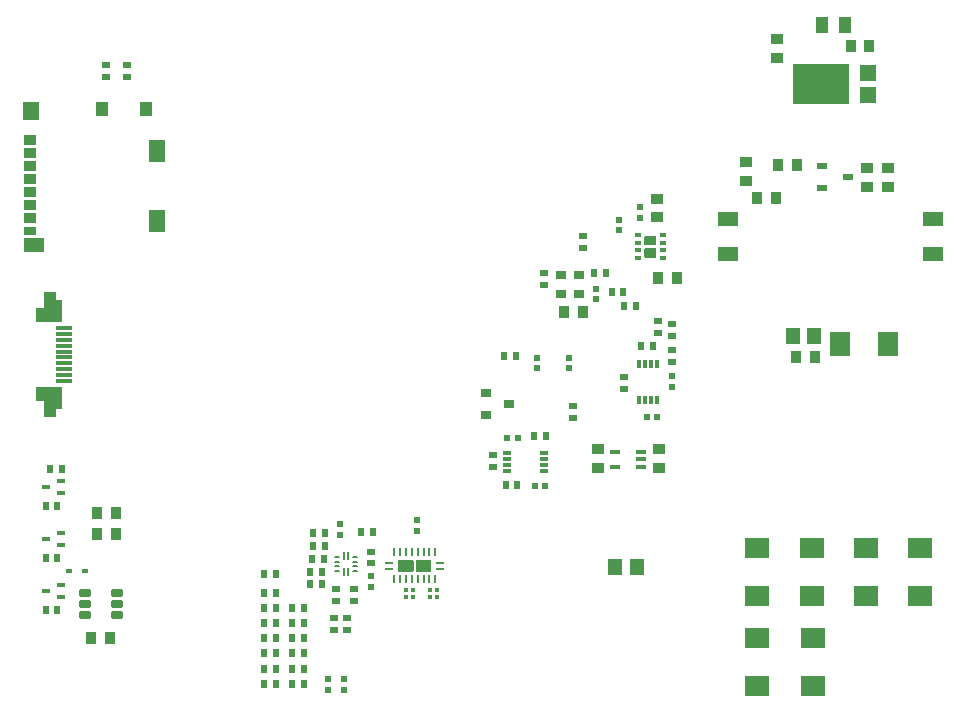
<source format=gbp>
G04*
G04 #@! TF.GenerationSoftware,Altium Limited,Altium Designer,21.2.2 (38)*
G04*
G04 Layer_Color=128*
%FSLAX44Y44*%
%MOMM*%
G71*
G04*
G04 #@! TF.SameCoordinates,38E27065-25AF-4F18-8705-9FF7BF2F0A58*
G04*
G04*
G04 #@! TF.FilePolarity,Positive*
G04*
G01*
G75*
%ADD31R,1.0500X1.4000*%
%ADD32R,1.1500X1.4500*%
%ADD33R,0.6500X0.5500*%
%ADD37R,0.9000X1.0000*%
%ADD39R,0.6200X0.6200*%
%ADD40R,0.6200X0.6200*%
%ADD41R,1.0000X0.9000*%
%ADD42R,0.5500X0.6500*%
%ADD48R,1.7780X2.1590*%
%ADD125R,0.3000X0.8000*%
%ADD126R,0.8000X0.3000*%
%ADD162R,1.4000X1.3900*%
%ADD163R,4.8600X3.3600*%
%ADD165R,0.9200X0.9800*%
%ADD168R,0.9000X0.8000*%
%ADD169R,0.7100X0.3000*%
%ADD170R,0.4800X0.4000*%
G04:AMPARAMS|DCode=171|XSize=0.6mm|YSize=1mm|CornerRadius=0.051mm|HoleSize=0mm|Usage=FLASHONLY|Rotation=270.000|XOffset=0mm|YOffset=0mm|HoleType=Round|Shape=RoundedRectangle|*
%AMROUNDEDRECTD171*
21,1,0.6000,0.8980,0,0,270.0*
21,1,0.4980,1.0000,0,0,270.0*
1,1,0.1020,-0.4490,-0.2490*
1,1,0.1020,-0.4490,0.2490*
1,1,0.1020,0.4490,0.2490*
1,1,0.1020,0.4490,-0.2490*
%
%ADD171ROUNDEDRECTD171*%
%ADD172R,1.4050X0.3050*%
%ADD173R,1.0000X1.0000*%
%ADD174R,0.8500X0.6500*%
%ADD175R,1.3500X1.5500*%
%ADD176R,1.8000X1.1700*%
%ADD177R,1.3500X1.9000*%
%ADD178R,1.0000X1.2000*%
%ADD179R,1.1000X0.8500*%
%ADD180R,1.1000X0.8750*%
%ADD181R,1.1000X0.7500*%
%ADD182R,1.8000X1.1500*%
G04:AMPARAMS|DCode=183|XSize=0.55mm|YSize=0.8mm|CornerRadius=0.0495mm|HoleSize=0mm|Usage=FLASHONLY|Rotation=270.000|XOffset=0mm|YOffset=0mm|HoleType=Round|Shape=RoundedRectangle|*
%AMROUNDEDRECTD183*
21,1,0.5500,0.7010,0,0,270.0*
21,1,0.4510,0.8000,0,0,270.0*
1,1,0.0990,-0.3505,-0.2255*
1,1,0.0990,-0.3505,0.2255*
1,1,0.0990,0.3505,0.2255*
1,1,0.0990,0.3505,-0.2255*
%
%ADD183ROUNDEDRECTD183*%
%ADD184R,0.3200X0.3600*%
G04:AMPARAMS|DCode=185|XSize=0.25mm|YSize=0.6mm|CornerRadius=0.025mm|HoleSize=0mm|Usage=FLASHONLY|Rotation=180.000|XOffset=0mm|YOffset=0mm|HoleType=Round|Shape=RoundedRectangle|*
%AMROUNDEDRECTD185*
21,1,0.2500,0.5500,0,0,180.0*
21,1,0.2000,0.6000,0,0,180.0*
1,1,0.0500,-0.1000,0.2750*
1,1,0.0500,0.1000,0.2750*
1,1,0.0500,0.1000,-0.2750*
1,1,0.0500,-0.1000,-0.2750*
%
%ADD185ROUNDEDRECTD185*%
G04:AMPARAMS|DCode=187|XSize=0.25mm|YSize=0.6mm|CornerRadius=0.025mm|HoleSize=0mm|Usage=FLASHONLY|Rotation=270.000|XOffset=0mm|YOffset=0mm|HoleType=Round|Shape=RoundedRectangle|*
%AMROUNDEDRECTD187*
21,1,0.2500,0.5500,0,0,270.0*
21,1,0.2000,0.6000,0,0,270.0*
1,1,0.0500,-0.2750,-0.1000*
1,1,0.0500,-0.2750,0.1000*
1,1,0.0500,0.2750,0.1000*
1,1,0.0500,0.2750,-0.1000*
%
%ADD187ROUNDEDRECTD187*%
G04:AMPARAMS|DCode=188|XSize=0.2mm|YSize=0.5mm|CornerRadius=0.05mm|HoleSize=0mm|Usage=FLASHONLY|Rotation=90.000|XOffset=0mm|YOffset=0mm|HoleType=Round|Shape=RoundedRectangle|*
%AMROUNDEDRECTD188*
21,1,0.2000,0.4000,0,0,90.0*
21,1,0.1000,0.5000,0,0,90.0*
1,1,0.1000,0.2000,0.0500*
1,1,0.1000,0.2000,-0.0500*
1,1,0.1000,-0.2000,-0.0500*
1,1,0.1000,-0.2000,0.0500*
%
%ADD188ROUNDEDRECTD188*%
G04:AMPARAMS|DCode=189|XSize=0.2mm|YSize=0.7mm|CornerRadius=0.05mm|HoleSize=0mm|Usage=FLASHONLY|Rotation=180.000|XOffset=0mm|YOffset=0mm|HoleType=Round|Shape=RoundedRectangle|*
%AMROUNDEDRECTD189*
21,1,0.2000,0.6000,0,0,180.0*
21,1,0.1000,0.7000,0,0,180.0*
1,1,0.1000,-0.0500,0.3000*
1,1,0.1000,0.0500,0.3000*
1,1,0.1000,0.0500,-0.3000*
1,1,0.1000,-0.0500,-0.3000*
%
%ADD189ROUNDEDRECTD189*%
%ADD190R,2.1590X1.7780*%
%ADD193R,2.3000X1.2500*%
%ADD194R,1.1000X2.6500*%
%ADD195R,1.6000X1.9500*%
%ADD196R,1.6000X1.9500*%
%ADD197R,1.1000X2.6500*%
G04:AMPARAMS|DCode=202|XSize=0.5mm|YSize=0.4mm|CornerRadius=0mm|HoleSize=0mm|Usage=FLASHONLY|Rotation=180.000|XOffset=0mm|YOffset=0mm|HoleType=Round|Shape=RoundedRectangle|*
%AMROUNDEDRECTD202*
21,1,0.5000,0.4000,0,0,180.0*
21,1,0.5000,0.4000,0,0,180.0*
1,1,0.0000,-0.2500,0.2000*
1,1,0.0000,0.2500,0.2000*
1,1,0.0000,0.2500,-0.2000*
1,1,0.0000,-0.2500,-0.2000*
%
%ADD202ROUNDEDRECTD202*%
%ADD233R,0.8500X0.3500*%
G36*
X329000Y126003D02*
X328801D01*
X328433Y125851D01*
X328152Y125569D01*
X328000Y125202D01*
Y125003D01*
D01*
Y117003D01*
Y116804D01*
X328152Y116437D01*
X328433Y116155D01*
X328801Y116003D01*
X329000D01*
D01*
X340000D01*
X340199D01*
X340566Y116155D01*
X340847Y116437D01*
X341000Y116804D01*
Y117003D01*
D01*
Y125003D01*
Y125202D01*
X340847Y125569D01*
X340566Y125851D01*
X340199Y126003D01*
X340000D01*
D01*
X329000D01*
D02*
G37*
G36*
X355000Y116003D02*
X355199D01*
X355566Y116155D01*
X355847Y116437D01*
X356000Y116804D01*
Y117003D01*
D01*
Y125003D01*
Y125202D01*
X355847Y125569D01*
X355566Y125851D01*
X355199Y126003D01*
X355000D01*
D01*
X344000D01*
X343801D01*
X343433Y125851D01*
X343152Y125569D01*
X343000Y125202D01*
Y125003D01*
D01*
Y117003D01*
Y116804D01*
X343152Y116437D01*
X343433Y116155D01*
X343801Y116003D01*
X344000D01*
D01*
X355000D01*
D02*
G37*
G36*
X536500Y383000D02*
Y382801D01*
X536652Y382434D01*
X536934Y382152D01*
X537301Y382000D01*
X537500D01*
D01*
X545500D01*
X545699D01*
X546067Y382152D01*
X546348Y382434D01*
X546500Y382801D01*
Y383000D01*
D01*
Y389000D01*
Y389199D01*
X546348Y389566D01*
X546067Y389848D01*
X545699Y390000D01*
X545500D01*
D01*
X537500D01*
X537301D01*
X536934Y389848D01*
X536652Y389566D01*
X536500Y389199D01*
Y389000D01*
D01*
Y383000D01*
D02*
G37*
G36*
X546500Y399500D02*
Y399699D01*
X546348Y400066D01*
X546067Y400348D01*
X545699Y400500D01*
X545500D01*
D01*
X537500D01*
X537301D01*
X536934Y400348D01*
X536652Y400066D01*
X536500Y399699D01*
Y399500D01*
D01*
Y393500D01*
Y393301D01*
X536652Y392934D01*
X536934Y392652D01*
X537301Y392500D01*
X537500D01*
D01*
X545500D01*
X545699D01*
X546067Y392652D01*
X546348Y392934D01*
X546500Y393301D01*
Y393500D01*
D01*
Y399500D01*
D02*
G37*
D31*
X706000Y579000D02*
D03*
X687000D02*
D03*
D32*
X512000Y120000D02*
D03*
X530000D02*
D03*
X662000Y316000D02*
D03*
X680000D02*
D03*
D33*
X560000Y326000D02*
D03*
Y316000D02*
D03*
X548000Y328000D02*
D03*
Y318000D02*
D03*
X98232Y545038D02*
D03*
Y535038D02*
D03*
X80568Y534663D02*
D03*
Y544663D02*
D03*
X451581Y359170D02*
D03*
Y369170D02*
D03*
X484500Y400500D02*
D03*
Y390500D02*
D03*
X291000Y91003D02*
D03*
Y101003D02*
D03*
X275000Y91003D02*
D03*
Y101003D02*
D03*
X305000Y133000D02*
D03*
Y123000D02*
D03*
X274000Y77003D02*
D03*
Y67003D02*
D03*
X285000Y77003D02*
D03*
Y67003D02*
D03*
X475600Y246400D02*
D03*
Y256400D02*
D03*
X408000Y204704D02*
D03*
Y214704D02*
D03*
X560000Y304000D02*
D03*
Y294000D02*
D03*
X519000Y271000D02*
D03*
Y281000D02*
D03*
D37*
X727000Y561000D02*
D03*
X711000D02*
D03*
X681000Y298000D02*
D03*
X665000D02*
D03*
X73406Y147829D02*
D03*
X89406D02*
D03*
X89000Y166000D02*
D03*
X73000D02*
D03*
X68000Y60000D02*
D03*
X84000D02*
D03*
X564000Y365000D02*
D03*
X548000D02*
D03*
X632000Y432500D02*
D03*
X648000D02*
D03*
X666000Y460000D02*
D03*
X650000D02*
D03*
D39*
X443500Y188703D02*
D03*
X452500D02*
D03*
X547500Y247000D02*
D03*
X538500D02*
D03*
X420500Y229000D02*
D03*
X429500D02*
D03*
D40*
X278488Y156430D02*
D03*
Y147430D02*
D03*
X515241Y405000D02*
D03*
Y414000D02*
D03*
X533000Y424500D02*
D03*
Y415500D02*
D03*
X495581Y355670D02*
D03*
Y346670D02*
D03*
X268868Y25203D02*
D03*
Y16203D02*
D03*
X282100Y24900D02*
D03*
Y15900D02*
D03*
X343922Y159452D02*
D03*
Y150452D02*
D03*
X305000Y112000D02*
D03*
Y103000D02*
D03*
X472250Y288189D02*
D03*
Y297189D02*
D03*
X445250Y288132D02*
D03*
Y297132D02*
D03*
X560000Y272500D02*
D03*
Y281500D02*
D03*
D41*
X497000Y204000D02*
D03*
Y220000D02*
D03*
X549000Y204000D02*
D03*
Y220000D02*
D03*
X622500Y463000D02*
D03*
Y447000D02*
D03*
X649000Y567000D02*
D03*
Y551000D02*
D03*
X547000Y416000D02*
D03*
Y432000D02*
D03*
X725000Y458000D02*
D03*
Y442000D02*
D03*
X742500Y442000D02*
D03*
Y458000D02*
D03*
D42*
X494000Y369000D02*
D03*
X504000D02*
D03*
X224308Y85238D02*
D03*
X214308D02*
D03*
X224308Y98238D02*
D03*
X214308D02*
D03*
X238308Y34038D02*
D03*
X248308D02*
D03*
X238308Y46838D02*
D03*
X248308D02*
D03*
X39500Y83500D02*
D03*
X29500D02*
D03*
X39500Y171500D02*
D03*
X29500D02*
D03*
X43000Y203000D02*
D03*
X33000D02*
D03*
X39494Y127506D02*
D03*
X29494D02*
D03*
X224308Y21238D02*
D03*
X214308D02*
D03*
X224308Y34038D02*
D03*
X214308D02*
D03*
X224308Y46838D02*
D03*
X214308D02*
D03*
X224308Y59638D02*
D03*
X214308D02*
D03*
X224308Y72438D02*
D03*
X214308D02*
D03*
X238308Y21238D02*
D03*
X248308D02*
D03*
X238308Y72438D02*
D03*
X248308D02*
D03*
X238308Y59638D02*
D03*
X248308D02*
D03*
X238308Y85238D02*
D03*
X248308D02*
D03*
X214576Y114504D02*
D03*
X224576D02*
D03*
X529000Y341000D02*
D03*
X519000D02*
D03*
X518741Y353022D02*
D03*
X508741D02*
D03*
X253501Y115504D02*
D03*
X263501D02*
D03*
X253501Y105504D02*
D03*
X263501D02*
D03*
X255382Y126936D02*
D03*
X265382D02*
D03*
X256000Y138000D02*
D03*
X266000D02*
D03*
X296363Y149228D02*
D03*
X306363D02*
D03*
X256000Y149000D02*
D03*
X266000D02*
D03*
X428000Y299000D02*
D03*
X418000D02*
D03*
X443000Y230750D02*
D03*
X453000D02*
D03*
X419000Y189704D02*
D03*
X429000D02*
D03*
X544000Y307000D02*
D03*
X534000D02*
D03*
D48*
X742320Y309000D02*
D03*
X701680D02*
D03*
D125*
X532131Y292016D02*
D03*
X537131D02*
D03*
X542131D02*
D03*
X547131D02*
D03*
X532131Y261016D02*
D03*
X537131D02*
D03*
X542131D02*
D03*
X547131D02*
D03*
D126*
X420500Y201500D02*
D03*
Y206500D02*
D03*
Y211500D02*
D03*
Y216500D02*
D03*
X451500Y201500D02*
D03*
Y206500D02*
D03*
Y211500D02*
D03*
Y216500D02*
D03*
D162*
X726000Y538400D02*
D03*
Y520000D02*
D03*
D163*
X686180Y529200D02*
D03*
D165*
X484481Y336170D02*
D03*
X468681D02*
D03*
D168*
X402000Y267500D02*
D03*
Y248500D02*
D03*
X422000Y258000D02*
D03*
D169*
X42200Y105000D02*
D03*
Y95000D02*
D03*
X30000Y100000D02*
D03*
X42194Y149006D02*
D03*
Y139006D02*
D03*
X29994Y144006D02*
D03*
X42200Y193000D02*
D03*
Y183000D02*
D03*
X30000Y188000D02*
D03*
D170*
X49400Y117000D02*
D03*
X62600D02*
D03*
D171*
X90077Y79040D02*
D03*
Y88539D02*
D03*
Y98040D02*
D03*
X62577D02*
D03*
Y88539D02*
D03*
Y79040D02*
D03*
D172*
X44945Y277415D02*
D03*
D03*
Y282415D02*
D03*
Y287415D02*
D03*
Y292415D02*
D03*
Y297415D02*
D03*
Y302415D02*
D03*
Y307415D02*
D03*
Y312415D02*
D03*
Y317415D02*
D03*
Y322415D02*
D03*
D173*
X35135Y262925D02*
D03*
X35055Y337075D02*
D03*
D174*
X465831Y350920D02*
D03*
X481331Y367420D02*
D03*
Y350920D02*
D03*
X465831Y367420D02*
D03*
D175*
X17125Y505725D02*
D03*
D176*
X19375Y392525D02*
D03*
D177*
X124125Y472475D02*
D03*
Y412775D02*
D03*
D178*
X114375Y507475D02*
D03*
X77375D02*
D03*
D179*
X15875Y481125D02*
D03*
Y459125D02*
D03*
Y448125D02*
D03*
Y437125D02*
D03*
Y426125D02*
D03*
Y415125D02*
D03*
D180*
Y470125D02*
D03*
D181*
Y404625D02*
D03*
D182*
X781000Y385000D02*
D03*
Y415000D02*
D03*
X607000Y385000D02*
D03*
Y415000D02*
D03*
D183*
X686500Y440500D02*
D03*
Y459500D02*
D03*
X708500Y450000D02*
D03*
D184*
X340751Y94704D02*
D03*
Y100304D02*
D03*
X334751Y94704D02*
D03*
Y100304D02*
D03*
X360751Y94704D02*
D03*
Y100304D02*
D03*
X354751Y94704D02*
D03*
Y100304D02*
D03*
D185*
X334500Y132503D02*
D03*
X329500D02*
D03*
X354500D02*
D03*
X349500D02*
D03*
X324500D02*
D03*
X339500D02*
D03*
X344500D02*
D03*
X359500D02*
D03*
X354500Y109503D02*
D03*
X359500D02*
D03*
X334500D02*
D03*
X339500D02*
D03*
X344500D02*
D03*
X349500D02*
D03*
X324500D02*
D03*
X329500D02*
D03*
D187*
X363500Y123503D02*
D03*
Y118503D02*
D03*
X320500D02*
D03*
Y123503D02*
D03*
D188*
X291252Y116505D02*
D03*
Y120505D02*
D03*
Y124505D02*
D03*
Y128505D02*
D03*
X276252D02*
D03*
Y124505D02*
D03*
Y120505D02*
D03*
Y116505D02*
D03*
D189*
X285751Y129005D02*
D03*
X281751D02*
D03*
Y116005D02*
D03*
X285751D02*
D03*
D190*
X724000Y136000D02*
D03*
Y95360D02*
D03*
X770000Y136000D02*
D03*
Y95360D02*
D03*
X678133Y95680D02*
D03*
Y136320D02*
D03*
X632000Y19680D02*
D03*
Y60320D02*
D03*
X679000Y19680D02*
D03*
Y60320D02*
D03*
X632200Y95680D02*
D03*
Y136320D02*
D03*
D193*
X32444Y266666D02*
D03*
X32444Y333167D02*
D03*
D194*
X33445Y259665D02*
D03*
D195*
X35945Y263165D02*
D03*
D196*
X35945Y336665D02*
D03*
D197*
X33445Y340165D02*
D03*
D202*
X531000Y401000D02*
D03*
Y394500D02*
D03*
Y388000D02*
D03*
Y381500D02*
D03*
X552000D02*
D03*
Y388000D02*
D03*
Y394500D02*
D03*
Y401000D02*
D03*
D233*
X534001Y211251D02*
D03*
Y217751D02*
D03*
X512001D02*
D03*
X534001Y204751D02*
D03*
X512001D02*
D03*
M02*

</source>
